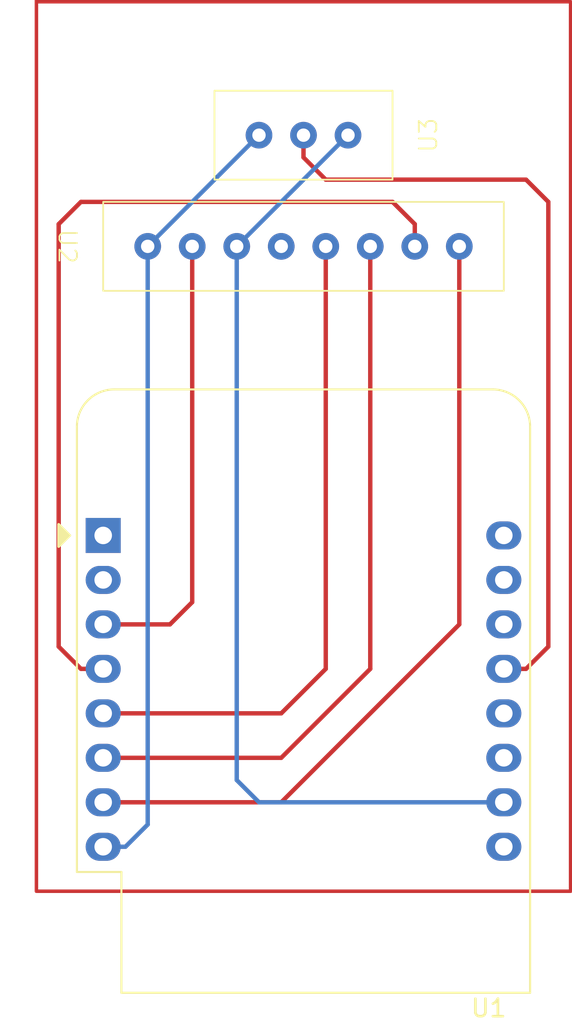
<source format=kicad_pcb>
(kicad_pcb (version 20221018) (generator pcbnew)
  (layers (0 "F.Cu" signal) (31 "B.Cu" signal) (34 "B.Paste" user) (35 "F.Paste" user) (36 "B.SilkS" user "B.Silkscreen") (37 "F.SilkS" user "F.Silkscreen") (38 "B.Mask" user) (39 "F.Mask" user) (44 "Edge.Cuts" user))
  (net 0 "")
  (net 3 "Net-(U1-D0)")
  (net 4 "Net-(U1-SCK{slash}D5)")
  (net 5 "Net-(U1-MISO{slash}D6)")
  (net 6 "Net-(U1-MOSI{slash}D7)")
  (net 7 "Net-(U1-CS{slash}D8)")
  (net 8 "+3V3")
  (net 9 "+5V")
  (net 10 "GND")
  (net 13 "Net-(U1-SDA{slash}D2)")
  (footprint "Library:BuzzerBoard" (layer "F.Cu") (at 127 63.5 90)
    (fp_text reference "U3" (at 0 -0.5 90 unlocked) (layer "F.SilkS") (effects (font (thickness 0.1))))
    (fp_text value "~")
    (fp_rect (start -2.54 -12.7) (end 2.54 -2.54) (stroke (width 0.1)) (fill none) (layer "F.SilkS"))
    (pad "GND" thru_hole circle (at 0 -5.08 90) (size 1.524 1.524) (drill 0.762) (layers "*.Cu" "*.Mask") (net 10 "GND"))
    (pad "I/O" thru_hole circle (at 0 -7.62 90) (size 1.524 1.524) (drill 0.762) (layers "*.Cu" "*.Mask") (net 13 "Net-(U1-SDA{slash}D2)"))
    (pad "VCC" thru_hole circle (at 0 -10.16 90) (size 1.524 1.524) (drill 0.762) (layers "*.Cu" "*.Mask") (net 8 "+3V3"))
  )
  (footprint "Module:WEMOS_D1_mini_light" (layer "F.Cu") (at 107.95 86.36)
    (fp_text reference "U1" (at 22 27) (layer "F.SilkS"))
    (fp_text value "WeMos_D1_mini")
    (fp_line (start -1.5 19.22) (end -1.5 -6.21) (stroke (width 0.12)) (layer "F.SilkS"))
    (fp_line (start -1.5 19.22) (end 1.04 19.22) (stroke (width 0.12)) (layer "F.SilkS"))
    (fp_line (start 1.04 19.22) (end 1.04 26.12) (stroke (width 0.12)) (layer "F.SilkS"))
    (fp_line (start 1.04 26.12) (end 24.36 26.12) (stroke (width 0.12)) (layer "F.SilkS"))
    (fp_line (start 22.24 -8.34) (end 0.63 -8.34) (stroke (width 0.12)) (layer "F.SilkS"))
    (fp_line (start 24.36 26.12) (end 24.36 -6.21) (stroke (width 0.12)) (layer "F.SilkS"))
    (fp_arc (start -1.5 -6.21) (mid -0.876137 -7.716137) (end 0.63 -8.34) (stroke (width 0.12)) (layer "F.SilkS"))
    (fp_arc (start 22.23 -8.34) (mid 23.736137 -7.716137) (end 24.36 -6.21) (stroke (width 0.12)) (layer "F.SilkS"))
    (fp_poly (pts (xy -2.54 -0.635) (xy -2.54 0.635) (xy -1.905 0)) (stroke (width 0.15)) (fill solid) (layer "F.SilkS"))
    (pad "1" thru_hole rect (at 0 0) (size 2 2) (drill 1) (layers "*.Cu" "*.Mask"))
    (pad "2" thru_hole oval (at 0 2.54) (size 2 1.6) (drill 1) (layers "*.Cu" "*.Mask"))
    (pad "3" thru_hole oval (at 0 5.08) (size 2 1.6) (drill 1) (layers "*.Cu" "*.Mask") (net 3 "Net-(U1-D0)"))
    (pad "4" thru_hole oval (at 0 7.62) (size 2 1.6) (drill 1) (layers "*.Cu" "*.Mask") (net 4 "Net-(U1-SCK{slash}D5)"))
    (pad "5" thru_hole oval (at 0 10.16) (size 2 1.6) (drill 1) (layers "*.Cu" "*.Mask") (net 5 "Net-(U1-MISO{slash}D6)"))
    (pad "6" thru_hole oval (at 0 12.7) (size 2 1.6) (drill 1) (layers "*.Cu" "*.Mask") (net 6 "Net-(U1-MOSI{slash}D7)"))
    (pad "7" thru_hole oval (at 0 15.24) (size 2 1.6) (drill 1) (layers "*.Cu" "*.Mask") (net 7 "Net-(U1-CS{slash}D8)"))
    (pad "8" thru_hole oval (at 0 17.78) (size 2 1.6) (drill 1) (layers "*.Cu" "*.Mask") (net 8 "+3V3"))
    (pad "9" thru_hole oval (at 22.86 17.78) (size 2 1.6) (drill 1) (layers "*.Cu" "*.Mask") (net 9 "+5V"))
    (pad "10" thru_hole oval (at 22.86 15.24) (size 2 1.6) (drill 1) (layers "*.Cu" "*.Mask") (net 10 "GND"))
    (pad "11" thru_hole oval (at 22.86 12.7) (size 2 1.6) (drill 1) (layers "*.Cu" "*.Mask"))
    (pad "12" thru_hole oval (at 22.86 10.16) (size 2 1.6) (drill 1) (layers "*.Cu" "*.Mask"))
    (pad "13" thru_hole oval (at 22.86 7.62) (size 2 1.6) (drill 1) (layers "*.Cu" "*.Mask") (net 13 "Net-(U1-SDA{slash}D2)"))
    (pad "14" thru_hole oval (at 22.86 5.08) (size 2 1.6) (drill 1) (layers "*.Cu" "*.Mask"))
    (pad "15" thru_hole oval (at 22.86 2.54) (size 2 1.6) (drill 1) (layers "*.Cu" "*.Mask"))
    (pad "16" thru_hole oval (at 22.86 0) (size 2 1.6) (drill 1) (layers "*.Cu" "*.Mask"))
  )
  (footprint "Library:RC522" (layer "F.Cu") (at 105.41 69.85 -90)
    (fp_text reference "U2" (at 0 -0.5 -90 unlocked) (layer "F.SilkS") (effects (font (thickness 0.1))))
    (fp_text value "~")
    (fp_rect (start -2.54 -25.4) (end 2.54 -2.54) (stroke (width 0.1)) (fill none) (layer "F.SilkS"))
    (pad "3V3" thru_hole circle (at 0 -5.08 270) (size 1.524 1.524) (drill 0.762) (layers "*.Cu" "*.Mask") (net 8 "+3V3"))
    (pad "GND" thru_hole circle (at 0 -10.16 270) (size 1.524 1.524) (drill 0.762) (layers "*.Cu" "*.Mask") (net 10 "GND"))
    (pad "IRQ" thru_hole circle (at 0 -12.7 270) (size 1.524 1.524) (drill 0.762) (layers "*.Cu" "*.Mask"))
    (pad "MISO" thru_hole circle (at 0 -15.24 270) (size 1.524 1.524) (drill 0.762) (layers "*.Cu" "*.Mask") (net 5 "Net-(U1-MISO{slash}D6)"))
    (pad "MOSI" thru_hole circle (at 0 -17.78 270) (size 1.524 1.524) (drill 0.762) (layers "*.Cu" "*.Mask") (net 6 "Net-(U1-MOSI{slash}D7)"))
    (pad "RST" thru_hole circle (at 0 -7.62 270) (size 1.524 1.524) (drill 0.762) (layers "*.Cu" "*.Mask") (net 3 "Net-(U1-D0)"))
    (pad "SCK" thru_hole circle (at 0 -20.32 270) (size 1.524 1.524) (drill 0.762) (layers "*.Cu" "*.Mask") (net 4 "Net-(U1-SCK{slash}D5)"))
    (pad "SDA" thru_hole circle (at 0 -22.86 270) (size 1.524 1.524) (drill 0.762) (layers "*.Cu" "*.Mask") (net 7 "Net-(U1-CS{slash}D8)"))
  )
  (gr_rect (start 104.14 55.88) (end 134.62 106.68) (stroke (width 0.2)) (fill none) (layer "F.Cu"))
  (segment (start 111.76 91.44) (end 107.95 91.44) (width 0.25) (layer "F.Cu") (net 3))
  (segment (start 113.03 69.85) (end 113.03 90.17) (width 0.25) (layer "F.Cu") (net 3))
  (segment (start 113.03 90.17) (end 111.76 91.44) (width 0.25) (layer "F.Cu") (net 3))
  (segment (start 125.73 68.58) (end 124.46 67.31) (width 0.25) (layer "F.Cu") (net 4))
  (segment (start 105.41 92.71) (end 106.68 93.98) (width 0.25) (layer "F.Cu") (net 4))
  (segment (start 124.46 67.31) (end 106.68 67.31) (width 0.25) (layer "F.Cu") (net 4))
  (segment (start 106.68 67.31) (end 105.41 68.58) (width 0.25) (layer "F.Cu") (net 4))
  (segment (start 106.68 93.98) (end 107.95 93.98) (width 0.25) (layer "F.Cu") (net 4))
  (segment (start 105.41 68.58) (end 105.41 92.71) (width 0.25) (layer "F.Cu") (net 4))
  (segment (start 125.73 69.85) (end 125.73 68.58) (width 0.25) (layer "F.Cu") (net 4))
  (segment (start 118.11 96.52) (end 107.95 96.52) (width 0.25) (layer "F.Cu") (net 5))
  (segment (start 120.65 93.98) (end 118.11 96.52) (width 0.25) (layer "F.Cu") (net 5))
  (segment (start 120.65 69.85) (end 120.65 93.98) (width 0.25) (layer "F.Cu") (net 5))
  (segment (start 123.19 93.98) (end 118.11 99.06) (width 0.25) (layer "F.Cu") (net 6))
  (segment (start 118.11 99.06) (end 107.95 99.06) (width 0.25) (layer "F.Cu") (net 6))
  (segment (start 123.19 69.85) (end 123.19 93.98) (width 0.25) (layer "F.Cu") (net 6))
  (segment (start 128.27 69.85) (end 128.27 91.44) (width 0.25) (layer "F.Cu") (net 7))
  (segment (start 118.11 101.6) (end 107.95 101.6) (width 0.25) (layer "F.Cu") (net 7))
  (segment (start 128.27 91.44) (end 118.11 101.6) (width 0.25) (layer "F.Cu") (net 7))
  (segment (start 110.49 102.87) (end 109.22 104.14) (width 0.25) (layer "B.Cu") (net 8))
  (segment (start 110.49 69.85) (end 110.49 102.87) (width 0.25) (layer "B.Cu") (net 8))
  (segment (start 116.84 63.5) (end 110.49 69.85) (width 0.25) (layer "B.Cu") (net 8))
  (segment (start 109.22 104.14) (end 107.95 104.14) (width 0.25) (layer "B.Cu") (net 8))
  (segment (start 116.84 101.6) (end 130.81 101.6) (width 0.25) (layer "B.Cu") (net 10))
  (segment (start 115.57 69.85) (end 115.57 100.33) (width 0.25) (layer "B.Cu") (net 10))
  (segment (start 121.92 63.5) (end 115.57 69.85) (width 0.25) (layer "B.Cu") (net 10))
  (segment (start 115.57 100.33) (end 116.84 101.6) (width 0.25) (layer "B.Cu") (net 10))
  (segment (start 132.08 66.04) (end 133.35 67.31) (width 0.25) (layer "F.Cu") (net 13))
  (segment (start 119.38 64.77) (end 120.65 66.04) (width 0.25) (layer "F.Cu") (net 13))
  (segment (start 133.35 67.31) (end 133.35 92.71) (width 0.25) (layer "F.Cu") (net 13))
  (segment (start 120.65 66.04) (end 132.08 66.04) (width 0.25) (layer "F.Cu") (net 13))
  (segment (start 133.35 92.71) (end 132.08 93.98) (width 0.25) (layer "F.Cu") (net 13))
  (segment (start 132.08 93.98) (end 130.81 93.98) (width 0.25) (layer "F.Cu") (net 13))
  (segment (start 119.38 63.5) (end 119.38 64.77) (width 0.25) (layer "F.Cu") (net 13))
)
</source>
